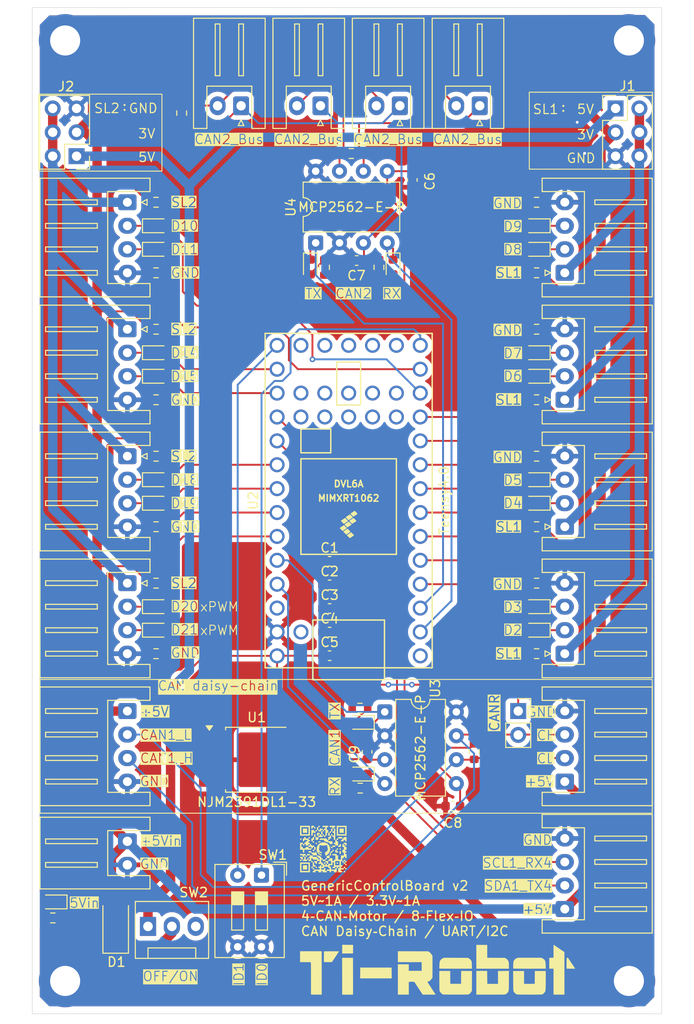
<source format=kicad_pcb>
(kicad_pcb (version 20241229) (generator "pcbnew") (generator_version "9.0")
  (layers (0 "F.Cu" signal) (2 "B.Cu" signal) (13 "F.Paste" user) (15 "B.Paste" user) (5 "F.SilkS" user "F.Silkscreen") (7 "B.SilkS" user "B.Silkscreen") (1 "F.Mask" user) (3 "B.Mask" user) (25 "Edge.Cuts" user))
  (net 0 "")
  (net 1 "D18")
  (net 2 "D15")
  (net 3 "SCL1_RX4")
  (net 4 "+5V")
  (net 5 "D2")
  (net 6 "D3")
  (net 7 "GND")
  (net 8 "+3.3V")
  (net 9 "D6")
  (net 10 "CAN1_TX")
  (net 11 "D4")
  (net 12 "D10")
  (net 13 "D9")
  (net 14 "D14")
  (net 15 "D7")
  (net 16 "CAN1_RX")
  (net 17 "D19")
  (net 18 "D11")
  (net 19 "SDA1_TX4")
  (net 20 "D8")
  (net 21 "D5")
  (net 22 "CAN2_RX")
  (net 23 "CAN2_TX")
  (net 24 "D20")
  (net 25 "D21")
  (net 26 "Net-(D18-A)")
  (net 27 "CAN2_L")
  (net 28 "CAN2_H")
  (net 29 "Net-(D19-A)")
  (net 30 "Net-(D20-A)")
  (net 31 "CAN1_L")
  (net 32 "CAN1_H")
  (net 33 "Net-(D21-A)")
  (net 34 "ID1")
  (net 35 "ID0")
  (net 36 "/IO_Conn_x04_LED/5V{slash}3V{slash}GND")
  (net 37 "Net-(D2-A)")
  (net 38 "Net-(D3-A)")
  (net 39 "Net-(D6-A)")
  (net 40 "Net-(D7-A)")
  (net 41 "Net-(D8-A)")
  (net 42 "Net-(D9-A)")
  (net 43 "Net-(D10-A)")
  (net 44 "Net-(D11-A)")
  (net 45 "Net-(D12-A)")
  (net 46 "Net-(D13-A)")
  (net 47 "Net-(D14-A)")
  (net 48 "Net-(D15-A)")
  (net 49 "Net-(D16-A)")
  (net 50 "Net-(D17-A)")
  (net 51 "/IO_Conn_x04_LED4/5V{slash}3V{slash}GND")
  (net 52 "Net-(J5-Pin_1)")
  (net 71 "VCC")
  (net 72 "Net-(D1-K)")
  (net 73 "Net-(D22-A)")
  (net 75 "Net-(D23-A)")
  (net 76 "Net-(D24-A)")
  (footprint "LED_SMD:LED_0603_1608Metric" (layer "F.Cu") (at 129.715 99.205)
    (property "Reference" "D19" (hide yes))
    (property "Value" "LED")
  )
  (footprint "Connector_JST:JST_XH_S2B-XH-A_1x02_P2.50mm_Horizontal" (layer "F.Cu") (at 164.125 56.945 180)
    (property "Reference" "J6" (hide yes))
    (property "Value" "RMC")
  )
  (footprint "Package_DIP:DIP-8_W7.62mm" (layer "F.Cu") (at 146.66 71.52 90)
    (property "Reference" "U4")
    (property "Value" "MCP2562-E-P")
  )
  (footprint "Capacitor_SMD:C_0603_1608Metric" (layer "F.Cu") (at 151.025 73.4)
    (property "Reference" "C7")
    (property "Value" "0.1u")
  )
  (footprint "Connector_JST:JST_XH_S4B-XH-A_1x04_P2.50mm_Horizontal" (layer "F.Cu") (at 173.175 128.805 90)
    (property "Reference" "J9" (hide yes))
    (property "Value" "CAN1")
  )
  (footprint "LED_SMD:LED_0603_1608Metric" (layer "F.Cu") (at 170.135 85.705 180)
    (property "Reference" "D10" (hide yes))
    (property "Value" "LED")
  )
  (footprint "MountingHole:MountingHole_3.2mm_M3_DIN965_Pad" (layer "F.Cu") (at 180 150)
    (property "Reference" "H4" (hide yes))
    (property "Value" "MountingHole_Pad")
  )
  (footprint "Connector_JST:JST_XH_S4B-XH-A_1x04_P2.50mm_Horizontal" (layer "F.Cu") (at 173.175 74.705 90)
    (property "Reference" "J15" (hide yes))
    (property "Value" "Conn_01x04")
  )
  (footprint "Resistor_SMD:R_0603_1608Metric" (layer "F.Cu") (at 129.675 94.205)
    (property "Reference" "R20" (hide yes))
    (property "Value" "1k")
  )
  (footprint "Connector_JST:JST_XH_S4B-XH-A_1x04_P2.50mm_Horizontal" (layer "F.Cu") (at 173.175 115.205 90)
    (property "Reference" "J12" (hide yes))
    (property "Value" "Conn_01x04")
  )
  (footprint "Connector_JST:JST_XH_S2B-XH-A_1x02_P2.50mm_Horizontal" (layer "F.Cu") (at 147.175 56.945 180)
    (property "Reference" "J10" (hide yes))
    (property "Value" "RMC")
  )
  (footprint "Connector_PinHeader_2.54mm:PinHeader_2x03_P2.54mm_Vertical" (layer "F.Cu") (at 121.215 62.305 180)
    (property "Reference" "J2")
    (property "Value" "Conn_02x03_Counter_Clockwise" (hide yes))
  )
  (footprint "LOGO" (layer "F.Cu") (at 147.486414 135.986935)
    (property "Reference" "G***" (hide yes))
    (property "Value" "LOGO" (hide yes))
  )
  (footprint "Resistor_SMD:R_0603_1608Metric" (layer "F.Cu") (at 129.675 74.705)
    (property "Reference" "R17" (hide yes))
    (property "Value" "1k")
  )
  (footprint "LED_SMD:LED_0603_1608Metric" (layer "F.Cu") (at 118.7125 141.6 180)
    (property "Reference" "D22" (hide yes))
    (property "Value" "LED")
  )
  (footprint "Resistor_SMD:R_0603_1608Metric" (layer "F.Cu") (at 170.175 101.705 180)
    (property "Reference" "R10" (hide yes))
    (property "Value" "1k")
  )
  (footprint "LED_SMD:LED_0603_1608Metric" (layer "F.Cu") (at 170.135 96.705 180)
    (property "Reference" "D9" (hide yes))
    (property "Value" "LED")
  )
  (footprint "Resistor_SMD:R_0603_1608Metric" (layer "F.Cu") (at 153.4 74.125 90)
    (property "Reference" "R2" (hide yes))
    (property "Value" "1k")
  )
  (footprint "LED_SMD:LED_0603_1608Metric" (layer "F.Cu") (at 129.715 83.205)
    (property "Reference" "D16" (hide yes))
    (property "Value" "LED")
  )
  (footprint "LED_SMD:LED_0603_1608Metric" (layer "F.Cu") (at 129.715 96.705)
    (property "Reference" "D18" (hide yes))
    (property "Value" "LED")
  )
  (footprint "Diode_SMD:D_SOD-128" (layer "F.Cu") (at 125.378 143.895 90)
    (property "Reference" "D1")
    (property "Value" "PBR5LAM60ATR" (hide yes))
  )
  (footprint "LED_SMD:LED_0603_1608Metric" (layer "F.Cu") (at 129.715 110.205)
    (property "Reference" "D20" (hide yes))
    (property "Value" "LED")
  )
  (footprint "LED_SMD:LED_0603_1608Metric" (layer "F.Cu") (at 170.135 110.205 180)
    (property "Reference" "D7" (hide yes))
    (property "Value" "LED")
  )
  (footprint "Resistor_SMD:R_0603_1608Metric" (layer "F.Cu") (at 151.4 129.5)
    (property "Reference" "R26" (hide yes))
    (property "Value" "1k")
  )
  (footprint "teensy:Teensy40" (layer "F.Cu") (at 150.175 98.925 90)
    (property "Reference" "U2")
    (property "Value" "Teensy4.0")
  )
  (footprint "Connector_JST:JST_XH_S4B-XH-A_1x04_P2.50mm_Horizontal" (layer "F.Cu") (at 173.175 142.355 90)
    (property "Reference" "J4" (hide yes))
    (property "Value" "UART/I2C" (hide yes))
  )
  (footprint "LED_SMD:LED_0603_1608Metric" (layer "F.Cu") (at 129.715 112.705)
    (property "Reference" "D21" (hide yes))
    (property "Value" "LED")
  )
  (footprint "LED_SMD:LED_0603_1608Metric" (layer "F.Cu") (at 129.715 69.705)
    (property "Reference" "D14" (hide yes))
    (property "Value" "LED" (hide yes))
  )
  (footprint "Resistor_SMD:R_0603_1608Metric" (layer "F.Cu") (at 170.175 74.705 180)
    (property "Reference" "R14" (hide yes))
    (property "Value" "1k")
  )
  (footprint "MountingHole:MountingHole_3.2mm_M3_DIN965_Pad" (layer "F.Cu") (at 120 150)
    (property "Reference" "H3" (hide yes))
    (property "Value" "MountingHole_Pad")
  )
  (footprint "Capacitor_SMD:C_0603_1608Metric" (layer "F.Cu") (at 148.145 110.4)
    (property "Reference" "C3")
    (property "Value" "0.1u")
  )
  (footprint "LED_SMD:LED_0603_1608Metric" (layer "F.Cu") (at 170.135 83.205 180)
    (property "Reference" "D11" (hide yes))
    (property "Value" "LED")
  )
  (footprint "Connector_JST:JST_XH_S2B-XH-A_1x02_P2.50mm_Horizontal" (layer "F.Cu") (at 126.62 135.155 -90)
    (property "Reference" "J3" (hide yes))
    (property "Value" "+5V Vin")
  )
  (footprint "Resistor_SMD:R_0603_1608Metric" (layer "F.Cu") (at 129.675 67.205)
    (property "Reference" "R16" (hide yes))
    (property "Value" "1k")
  )
  (footprint "Button_Switch_THT:SW_DIP_SPSTx02_Slide_9.78x7.26mm_W7.62mm_P2.54mm" (layer "F.Cu") (at 140.9 138.755 -90)
    (property "Reference" "SW1")
    (property "Value" "SW_DIP_x02")
  )
  (footprint "Resistor_SMD:R_0603_1608Metric" (layer "F.Cu") (at 129.675 107.705)
    (property "Reference" "R22" (hide yes))
    (property "Value" "1k")
  )
  (footprint "LED_SMD:LED_0603_1608Metric" (layer "F.Cu") (at 151.4125 122.5 180)
    (property "Reference" "D23" (hide yes))
    (property "Value" "LED")
  )
  (footprint "Package_TO_SOT_SMD:TO-252-2" (layer "F.Cu") (at 140.385 126.48)
    (property "Reference" "U1")
    (property "Value" "NJM2391DL1-33")
  )
  (footprint "Capacitor_SMD:C_0603_1608Metric" (layer "F.Cu") (at 148.145 107.89)
    (property "Reference" "C2")
    (property "Value" "0.1u")
  )
  (footprint "LED_SMD:LED_0603_1608Metric" (layer "F.Cu") (at 129.715 72.205)
    (property "Reference" "D15" (hide yes))
    (property "Value" "LED")
  )
  (footprint "LED_SMD:LED_0603_1608Metric" (layer "F.Cu") (at 170.135 72.205 180)
    (property "Reference" "D12" (hide yes))
    (property "Value" "LED")
  )
  (footprint "Resistor_SMD:R_0603_1608Metric" (layer "F.Cu") (at 170.175 107.705 180)
    (property "Reference" "R9" (hide yes))
    (property "Value" "1k")
  )
  (footprint "Connector_PinSocket_2.54mm:PinSocket_1x02_P2.54mm_Vertical" (layer "F.Cu") (at 168.22 121.305)
    (property "Reference" "J5" (hide yes))
    (property "Value" "CANR")
  )
  (footprint "MountingHole:MountingHole_3.2mm_M3_DIN965_Pad" (layer "F.Cu") (at 180 50)
    (property "Reference" "H2" (hide yes))
    (property "Value" "MountingHole_Pad")
  )
  (footprint "LED_SMD:LED_0603_1608Metric" (layer "F.Cu") (at 170.135 99.205 180)
    (property "Reference" "D8" (hide yes))
    (property "Value" "LED")
  )
  (footprint "Resistor_SMD:R_0603_1608Metric" (layer "F.Cu") (at 129.675 80.705)
    (property "Reference" "R18" (hide yes))
    (property "Value" "1k")
  )
  (footprint "Connector_JST:JST_XH_S4B-XH-A_1x04_P2.50mm_Horizontal" (layer "F.Cu") (at 126.62 67.205 -90)
    (property "Reference" "J16" (hide yes))
    (property "Value" "Conn_01x04")
  )
  (footprint "LED_SMD:LED_0603_1608Metric" (layer "F.Cu") (at 151.4125 128 180)
    (property "Reference" "D24" (hide yes))
    (property "Value" "LED")
  )
  (footprint "Resistor_SMD:R_0603_1608Metric" (layer "F.Cu") (at 129.675 115.205)
    (property "Reference" "R23" (hide yes))
    (property "Value" "1k")
  )
  (footprint "Resistor_SMD:R_0603_1608Metric" (layer "F.Cu") (at 118.6875 143.3 180)
    (property "Reference" "R24" (hide yes))
    (property "Value" "1k")
  )
  (footprint "Resistor_SMD:R_0603_1608Metric" (layer "F.Cu") (at 129.675 88.205)
    (property "Reference" "R19" (hide yes))
    (property "Value" "1k")
  )
  (footprint "Resistor_SMD:R_0603_1608Metric" (layer "F.Cu") (at 132.4 57.725 90)
    (property "Reference" "R5" (hide yes))
    (property "Value" "120")
  )
  (footprint "Resistor_SMD:R_0603_1608Metric" (layer "F.Cu") (at 170.175 115.205 180)
    (property "Reference" "R8" (hide yes))
    (property "Value" "1k")
  )
  (footprint "LOGO" (layer "F.Cu") (at 159.575924 148.886935)
    (property "Reference" "G***" (hide yes))
    (property "Value" "LOGO" (hide yes))
  )
  (footprint "Connector_JST:JST_XH_S4B-XH-A_1x04_P2.50mm_Horizontal" (layer "F.Cu") (at 173.175 88.205 90)
    (property "Reference" "J14" (hide yes))
    (property "Value" "Conn_01x04")
  )
  (footprint "Capacitor_SMD:C_0603_1608Metric" (layer "F.Cu") (at 148.145 115.42)
    (property "Reference" "C5")
    (property "Value" "0.1u")
  )
  (footprint "Resistor_SMD:R_0603_1608Metric" (layer "F.Cu") (at 170.175 67.205 180)
    (property "Reference" "R15" (hide yes))
    (property "Value" "1k")
  )
  (footprint "Capacitor_SMD:C_0603_1608Metric" (layer "F.Cu") (at 152.135 125.64 -90)
    (property "Reference" "C9")
    (property "Value" "0.1u")
  )
  (footprint "Capacitor_SMD:C_0603_1608Metric" (layer "F.Cu") (at 148.145 105.38)
    (property "Reference" "C1")
    (property "Value" "0.1u")
  )
  (footprint "Resistor_SMD:R_0603_1608Metric" (layer "F.Cu") (at 163.535 125.615 90)
    (property "Reference" "R4" (hide yes))
    (property "Value" "120")
  )
  (footprint "LED_SMD:LED_0603_1608Metric" (layer "F.Cu") (at 170.135 112.705 180)
    (property "Reference" "D6" (hide yes))
    (property "Value" "LED")
  )
  (footprint "Resistor_SMD:R_0603_1608Metric" (layer "F.Cu") (at 150.455 62.02 180)
    (property "Reference" "R7" (hide yes))
    (property "Value" "120")
  )
  (footprint "Capacitor_SMD:C_0603_1608Metric" (layer "F.Cu") (at 148.145 112.91)
    (property "Reference" "C4")
    (property "Value" "0.1u")
  )
  (footprint "Connector:FanPinHeader_1x03_P2.54mm_Vertical" (layer "F.Cu") (at 128.818 144.2)
    (property "Reference" "SW2")
    (property "Value" "SW_SPDT")
  )
  (footprint "Capacitor_SMD:C_0603_1608Metric" (layer "F.Cu") (at 156.95 64.835 90)
    (property "Reference" "C6")
    (property "Value" "0.1u")
  )
  (footprint "Resistor_SMD:R_0603_1608Metric" (layer "F.Cu") (at 170.175 88.205 180)
    (property "Reference" "R12" (hide yes))
    (property "Value" "1k")
  )
  (footprint "LED_SMD:LED_0603_1608Metric" (layer "F.Cu") (at 146.1 74.0875 -90)
    (property "Reference" "D2" (hide yes))
    (property "Value" "LED")
  )
  (footprint "LED_SMD:LED_0603_1608Metric" (layer "F.Cu") (at 170.135 69.705 180)
    (property "Reference" "D13" (hide yes))
    (property "Value" "LED")
  )
  (footprint "Connector_JST:JST_XH_S4B-XH-A_1x04_P2.50mm_Horizontal" (layer "F.Cu") (at 126.62 121.305 -90)
    (property "Reference" "J8" (hide yes))
    (property "Value" "CAN1")
  )
  (footprint "Connector_JST:JST_XH_S4B-XH-A_1x04_P2.50mm_Horizontal" (layer "F.Cu") (at 173.175 101.705 90)
    (property "Reference" "J13" (hide yes))
    (property "Value" "Conn_01x04")
  )
  (footprint "Connector_PinHeader_2.54mm:PinHeader_2x03_P2.54mm_Vertical" (layer "F.Cu") (at 178.58 57.225)
    (property "Reference" "J1")
    (property "Value" "Conn_02x03_Counter_Clockwise" (hide yes))
  )
  (footprint "Connector_JST:JST_XH_S2B-XH-A_1x02_P2.50mm_Horizontal" (layer "F.Cu") (at 138.725 56.945 180)
    (property "Reference" "J11" (hide yes))
    (property "Value" "RMC")
  )
  (footprint "Capacitor_SMD:C_0603_1608Metric" (layer "F.Cu") (at 161.26 131.415)
    (property "Reference" "C8")
    (property "Value" "0.1u")
  )
  (footprint "Resistor_SMD:R_0603_1608Metric" (layer "F.Cu") (at 147.6 74.125 90)
    (property "Reference" "R1" (hide yes))
    (property "Value" "1k")
  )
  (footprint "MountingHole:MountingHole_3.2mm_M3_DIN965_Pad" (layer "F.Cu") (at 120 50)
    (property "Reference" "H1" (hide yes))
    (property "Value" "MountingHole_Pad")
  )
  (footprint "Connector_JST:JST_XH_S4B-XH-A_1x04_P2.50mm_Horizontal" (layer "F.Cu") (at 126.62 80.705 -90)
    (property "Reference" "J17" (hide yes))
    (property "Value" "Conn_01x04")
  )
  (footprint "Connector_JST:JST_XH_S2B-XH-A_1x02_P2.50mm_Horizontal" (layer "F.Cu") (at 155.625 56.945 180)
    (property "Reference" "J7" (hide yes))
    (property "Value" "RMC")
  )
  (footprint "Resistor_SMD:R_0603_1608Metric" (layer "F.Cu") (at 170.175 94.205 180)
    (property "Reference" "R11" (hide yes))
    (property "Value" "1k")
  )
  (footprint "Connector_JST:JST_XH_S4B-XH-A_1x04_P2.50mm_Horizontal" (layer "F.Cu") (at 126.62 94.205 -90)
    (property "Reference" "J18" (hide yes))
    (property "Value" "Conn_01x04")
  )
  (footprint "Resistor_SMD:R_0603_1608Metric" (layer "F.Cu") (at 129.675 101.705)
    (property "Reference" "R21" (hide yes))
    (property "Value" "1k")
  )
  (footprint "Resistor_SMD:R_0603_1608Metric" (layer "F.Cu") (at 170.175 80.705 180)
    (property "Reference" "R13" (hide yes))
    (property "Value" "1k")
  )
  (footprint "Connector_JST:JST_XH_S4B-XH-A_1x04_P2.50mm_Horizontal" (layer "F.Cu") (at 126.62 107.705 -90)
    (property "Reference" "J19" (hide yes))
    (property "Value" "Conn_01x04")
  )
  (footprint "Package_DIP:DIP-8_W7.62mm" (layer "F.Cu") (at 154.015 121.395)
    (property "Reference" "U3")
    (property "Value" "MCP2562-E-P")
  )
  (footprint "LED_SMD:LED_0603_1608Metric" (layer "F.Cu") (at 154.9 74.0875 -90)
    (property "Reference" "D3" (hide yes))
    (property "Value" "LED")
  )
  (footprint "Resistor_SMD:R_0603_1608Metric" (layer "F.Cu") (at 151.375 121)
    (property "Reference" "R25" (hide yes))
    (property "Value" "1k")
  )
  (footprint "LED_SMD:LED_0603_1608Metric" (layer "F.Cu") (at 129.715 85.705)
    (property "Reference" "D17" (hide yes))
    (property "Value" "LED")
  )
  (gr_rect (start 117.2 55.7075) (end 130.3 63.8925) (stroke (width 0.1)) (fill no) (layer "F.SilkS"))
  (gr_rect (start 169.4 55.5) (end 182.5 63.685) (stroke (width 0.1)) (fill no) (layer "F.SilkS"))
  (gr_rect (start 117.31 117.945) (end 182.485 132.165) (stroke (width 0.1)) (fill no) (layer "F.SilkS"))
  (gr_rect (start 116.5 46.5) (end 183.5 153.5) (stroke (width 0.05)) (fill no) (layer "Edge.Cuts"))
  (gr_text "GenericControlBoard v2\n5V ~1A / 3.3V ~1A\n4‑CAN‑Motor / 8‑Flex‑IO\nCAN Daisy‑Chain / UART/I2C" (at 145 142.3 0) (layer "F.SilkS") (effects (font (size 1 1)) (justify left)))
  (gr_text "CAN1_H" (at 127.9 126.9 0) (layer "F.SilkS" knockout) (effects (font (size 1 1) (thickness 0.1)) (justify left bottom)))
  (gr_text "D4" (at 166.595238 99.783333 0) (layer "F.SilkS" knockout) (effects (font (size 1 1) (thickness 0.1)) (justify left bottom)))
  (gr_text "GND" (at 127.9 129.362417 0) (layer "F.SilkS" knockout) (effects (font (size 1 1) (thickness 0.1)) (justify left bottom)))
  (gr_text "SCL1_RX4" (at 164.366666 138.041667 0) (layer "F.SilkS" knockout) (effects (font (size 1 1) (thickness 0.1)) (justify left bottom)))
  (gr_text "xPWM" (at 134.3 110.8 0) (layer "F.SilkS") (effects (font (size 1 1) (thickness 0.1)) (justify left bottom)))
  (gr_text "3V" (at 127.7 60.5 0) (layer "F.SilkS") (effects (font (size 1 1) (thickness 0.125)) (justify left bottom)))
  (gr_text "D2" (at 166.595238 113.283333 0) (layer "F.SilkS" knockout) (effects (font (size 1 1) (thickness 0.1)) (justify left bottom)))
  (gr_text "SL1" (at 165.758333 115.8 0) (layer "F.SilkS" knockout) (effects (font (size 1 1) (thickness 0.125)) (justify left bottom)))
  (gr_text "GND" (at 131.2 88.8 0) (layer "F.SilkS" knockout) (effects (font (size 1 1) (thickness 0.1)) (justify left bottom)))
  (gr_text "CAN2_Bus" (at 133.7 61.1 0) (layer "F.SilkS" knockout) (effects (font (size 1 1) (thickness 0.1)) (justify left bottom)))
  (gr_text "CAN2_Bus" (at 159.1 61.1 0) (layer "F.SilkS" knockout) (effects (font (size 1 1) (thickness 0.1)) (justify left bottom)))
  (gr_text "GND" (at 169.1 122 0) (layer "F.SilkS" knockout) (effects (font (size 1 1) (thickness 0.1)) (justify left bottom)))
  (gr_text "SL2：" (at 123 57.8 0) (layer "F.SilkS") (effects (font (size 1 1) (thickness 0.125)) (justify left bottom)))
  (gr_text "RX" (at 149.3 130.4 90) (layer "F.SilkS" knockout) (effects (font (size 1 1) (thickness 0.1)) (justify left bottom)))
  (gr_text "+5Vin" (at 127.9 135.7 0) (layer "F.SilkS" knockout) (effects (font (size 1 1) (thickness 0.1)) (justify left bottom)))
  (gr_text "SL2" (at 131.2 81.3 0) (layer "F.SilkS" knockout) (effects (font (size 1 1) (thickness 0.125)) (justify left bottom)))
  (gr_text "SDA1_TX4" (at 164.557142 140.483333 0) (layer "F.SilkS" knockout) (effects (font (size 1 1) (thickness 0.1)) (justify left bottom)))
  (gr_text "D15" (at 131.2 86.30425 0) (layer "F.SilkS" knockout) (effects (font (size 1 1) (thickness 0.1)) (justify left bottom)))
  (gr_text "ID0" (at 141.535 150.6 90) (layer "F.SilkS" knockout) (effects (font (size 1 1) (thickness 0.1)) (justify left bottom)))
  (gr_text "CAN2" (at 148.7 77.5 0) (layer "F.SilkS" knockout) (effects (font (size 1 1) (thickness 0.1)) (justify left bottom)))
  (gr_text "SL1：" (at 169.7 57.9 0) (layer "F.SilkS") (effects (font (size 1 1) (thickness 0.125)) (justify left bottom)))
  (gr_text "SL2" (at 131.2 108.3 0) (layer "F.SilkS" knockout) (effects (font (size 1 1) (thickness 0.125)) (justify left bottom)))
  (gr_text "GND" (at 165.5 67.9 0) (layer "F.SilkS" knockout) (effects (font (size 1 1) (thickness 0.1)) (justify left bottom)))
  (gr_text "GND" (at 126.7 57.8 0) (layer "F.SilkS") (effects (font (size 1 1) (thickness 0.125)) (justify left bottom)))
  (gr_text "D7" (at 166.595238 83.841667 0) (layer "F.SilkS" knockout) (effects (font (size 1 1) (thickness 0.1)) (justify left bottom)))
  (gr_text "TX" (at 145.5 77.5 0) (layer "F.SilkS" knockout) (effects (font (size 1 1) (thickness 0.1)) (justify left bottom)))
  (gr_text "GND" (at 131.2 75.3 0) (layer "F.SilkS" knockout) (effects (font (size 1 1) (thickness 0.1)) (justify left bottom)))
  (gr_text "GND" (at 165.5 108.4 0) (layer "F.SilkS" knockout) (effects (font (size 1 1) (thickness 0.1)) (justify left bottom)))
  (gr_text "D6" (at 166.595238 86.283333 0) (layer "F.SilkS" knockout) (effects (font (size 1 1) (thickness 0.1)) (justify left bottom)))
  (gr_text "5V" (at 174.4 57.9 0) (layer "F.SilkS") (effects (font (size 1 1) (thickness 0.125)) (justify left bottom)))
  (gr_text "D14" (at 131.2 83.8085 0) (layer "F.SilkS" knockout) (effects (font (size 1 1) (thickness 0.1)) (justify left bottom)))
  (gr_text "+5V" (at 127.9 121.962417 0) (layer "F.SilkS" knockout) (effects (font (size 1 1) (thickness 0.125)) (justify left bottom)))
  (gr_text "D21" (at 131.2 113.237583 0) (layer "F.SilkS" knockout) (effects (font (size 1 1) (thickness 0.1)) (justify left bottom)))
  (gr_text "D11" (at 131.2 72.80425 0) (layer "F.SilkS" knockout) (effects (font (size 1 1) (thickness 0.1)) (justify left bottom)))
  (gr_text "GND" (at 127.9 138.162417 0) (layer "F.SilkS" knockout) (effects (font (size 1 1) (thickness 0.1)) (justify left bottom)))
  (gr_text "D5" (at 166.595238 97.341667 0) (layer "F.SilkS" knockout) (effects (font (size 1 1) (thickness 0.1)) (justify left bottom)))
  (gr_text "D3" (at 166.595238 110.841667 0) (layer "F.SilkS" knockout) (effects (font (size 1 1) (thickness 0.1)) (justify left bottom)))
  (gr_text "GND" (at 168.7 135.6 0) (layer "F.SilkS" knockout) (effects (font (size 1 1) (thickness 0.1)) (justify left bottom)))
  (gr_text "D20" (at 131.2 110.775167 0) (layer "F.SilkS" knockout) (effects (font (size 1 1) (thickness 0.1)) (justify left bottom)))
  (gr_text "SL1" (at 165.758333 88.8 0) (layer "F.SilkS" knockout) (effects (font (size 1 1) (thickness 0.125)) (justify left bottom)))
  (gr_text "SL1" (at 165.758333 102.3 0) (layer "F.SilkS" knockout) (effects (font (size 1 1) (thickness 0.125)) (justify left bottom)))
  (gr_text "CL" (at 170.138095 126.933333 0) (layer "F.SilkS" knockout) (effects (font (size 1 1) (thickness 0.1)) (justify left bottom)))
  (gr_text "SL2" (at 131.2 94.8 0) (layer "F.SilkS" knockout) (effects (font (size 1 1) (thickness 0.125)) (justify left bottom)))
  (gr_text "D19" (at 131.2 99.80425 0) (layer "F.SilkS" knockout) (effects (font (size 1 1) (thickness 0.1)) (justify left bottom)))
  (gr_text "CAN2_Bus" (at 142.166667 61.1 0) (layer "F.SilkS" knockout) (effects (font (size 1 1) (thickness 0.1)) (justify left bottom)))
  (gr_text "xPWM" (at 134.3 113.3 0) (layer "F.SilkS") (effects (font (size 1 1) (thickness 0.1)) (justify left bottom)))
  (gr_text "+5V" (at 168.9 129.4 0) (layer "F.SilkS" knockout) (effects (font (size 1 1) (thickness 0.1)) (justify left bottom)))
  (gr_text "OFF/ON" (at 128.2 150.1 0) (layer "F.SilkS" knockout) (effects (font (size 1 1) (thickness 0.1)) (justify left bottom)))
  (gr_text "CH" (at 170.138095 124.466667 0) (layer "F.SilkS" knockout) (effects (font (size 1 1) (thickness 0.1)) (justify left bottom)))
  (gr_text "SL1" (at 165.758333 75.3 0) (layer "F.SilkS" knockout) (effects (font (size 1 1) (thickness 0.125)) (justify left bottom)))
  (gr_text "CAN daisy-chain" (at 129.8 119.2 0) (layer "F.SilkS" knockout) (effects (font (size 1 1) (thickness 0.1)) (justify left bottom)))
  (gr_text "CAN2_Bus" (at 150.633333 61.1 0) (layer "F.SilkS" knockout) (effects (font (size 1 1) (thickness 0.1)) (justify left bottom)))
  (gr_text "SL2" (at 131.2 67.8 0) (layer "F.SilkS" knockout) (effects (font (size 1 1) (thickness 0.125)) (justify left bottom)))
  (gr_text "D8" (at 166.595238 72.812583 0) (layer "F.SilkS" knockout) (effects (font (size 1 1) (thickness 0.1)) (justify left bottom)))
  (gr_text "GND" (at 173.3 63.1 0) (layer "F.SilkS") (effects (font (size 1 1) (thickness 0.125)) (justify left bottom)))
  (gr_text "5V" (at 127.7 63 0) (layer "F.SilkS") (effects (font (size 1 1) (thickness 0.125)) (justify left bottom)))
  (gr_text "GND" (at 131.2 102.3 0) (layer "F.SilkS" knockout) (effects (font (size 1 1) (thickness 0.1)) (justify left bottom)))
  (gr_text "CAN1_L" (at 127.9 124.437584 0) (layer "F.SilkS" knockout) (effects (font (size 1 1) (thickness 0.1)) (justify left bottom)))
  (gr_text "GND" (at 131.2 115.7 0) (layer "F.SilkS" knockout) (effects (font (size 1 1) (thickness 0.1)) (justify left bottom)))
  (gr_text "3V" (at 174.4 60.6 0) (layer "F.SilkS") (effects (font (size 1 1) (thickness 0.125)) (justify left bottom)))
  (gr_text "TX" (at 149.3 122.2 90) (layer "F.SilkS" knockout) (effects (font (size 1 1) (thickness 0.1)) (justify left bottom)))
  (gr_text "+5V" (at 168.625 143 0) (layer "F.SilkS" knockout) (effects (font (size 1 1) (thickness 0.125)) (justify left bottom)))
  (gr_text "D18" (at 131.2 97.3085 0) (layer "F.SilkS" knockout) (effects (font (size 1 1) (thickness 0.1)) (justify left bottom)))
  (gr_text "D10" (at 131.2 70.3085 0) (layer "F.SilkS" knockout) (effects (font (size 1 1) (thickness 0.1)) (justify left bottom)))
  (gr_text "GND" (at 165.5 81.4 0) (layer "F.SilkS" knockout) (effects (font (size 1 1) (thickness 0.1)) (justify left bottom)))
  (gr_text "5Vin" (at 120.4 142.3 0) (layer "F.SilkS" knockout) (effects (font (size 1 1) (thickness 0.1)) (justify left bottom)))
  (gr_text "ID1" (at 139.072583 150.6 90) (layer "F.SilkS" knockout) (effects (font (size 1 1) (thickness 0.1)) (justify left bottom)))
  (gr_text "CAN1" (at 149.3 127.2 90) (layer "F.SilkS" knockout) (effects (font (size 1 1) (thickness 0.1)) (justify left bottom)))
  (gr_text "GND" (at 165.5 94.9 0) (layer "F.SilkS" knockout) (effects (font (size 1 1) (thickness 0.1)) (justify left bottom)))
  (gr_text "RX" (at 153.7 77.5 0) (layer "F.SilkS" knockout) (effects (font (size 1 1) (thickness 0.1)) (justify left bottom)))
  (gr_text "D9" (at 166.595238 70.356292 0) (layer "F.SilkS" knockout) (effects (font (size 1 1) (thickness 0.1)) (justify left bottom)))
  (segment (start 132.63 95.115) (end 132.62 95.105) (width 0.2) (layer "F.Cu") (net 1))
  (segment (start 129.725 97.505) (end 128.925 96.705) (width 0.2) (layer "F.Cu") (net 1))
  (segment (start 131.42 96.305) (end 131.42 97.405) (width 0.2) (layer "F.Cu") (net 1))
  (segment (start 131.42 97.405) (end 131.32 97.505) (width 0.2) (layer "F.Cu") (net 1))
  (segment (start 132.62 95.105) (end 131.42 96.305) (width 0.2) (layer "F.Cu") (net 1))
  (segment (start 142.555 95.115) (end 132.63 95.115) (width 0.2) (layer "F.Cu") (net 1))
  (segment (start 126.62 96.705) (end 128.925 96.705) (width 0.2) (layer "F.Cu") (net 1))
  (segment (start 131.32 97.505) (end 129.725 97.505) (width 0.2) (layer "F.Cu") (net 1))
  (segment (start 131.32 86.205) (end 132.61 87.495) (width 0.2) (layer "F.Cu") (net 2))
  (segment (start 131.32 85.3089) (end 131.32 86.205) (width 0.2) (layer "F.Cu") (net 2))
  (segment (start 126.62 85.705) (end 128.925 85.705) (width 0.2) (layer "F.Cu") (net 2))
  (segment (start 132.61 87.495) (end 132.63 87.495) (width 0.2) (layer "F.Cu") (net 2))
  (segment (start 132.63 87.495) (end 132.62 87.505) (width 0.2) (layer "F.Cu") (net 2))
  (segment (start 130.8161 84.805) (end 131.32 85.3089) (width 0.2) (layer "F.Cu") (net 2))
  (segment (start 129.825 84.805) (end 130.8161 84.805) (width 0.2) (layer "F.Cu") (net 2))
  (segment (start 142.555 87.495) (end 132.63 87.495) (width 0.2) (layer "F.Cu") (net 2))
  (segment (start 128.925 85.705) (end 129.825 84.805) (width 0.2) (layer "F.Cu") (net 2))
  (segment (start 156.12 129.605) (end 156.12 103.6) (width 0.2) (layer "F.Cu") (net 3))
  (segment (start 156.12 103.6) (end 142.555 90.035) (width 0.2) (layer "F.Cu") (net 3))
  (segment (start 173.175 137.355) (end 163.87 137.355) (width 0.2) (layer "F.Cu") (net 3))
  (segment (start 163.87 137.355) (end 156.12 129.605) (width 0.2) (layer "F.Cu") (net 3))
  (segment (start 142.555 119.94) (end 142.555 115.435) (width 0.2) (layer "F.Cu") (net 4))
  (segment (start 142.555 115.435) (end 134.79 115.435) (width 0.2) (layer "F.Cu") (net 4))
  (segment (start 131.22 124.2) (end 135.345 124.2) (width 1) (layer "F.Cu") (net 4))
  (segment (start 142.575 115.415) (end 142.555 115.435) (width 0.2) (layer "F.Cu") (net 4))
  (segment (start 152.135 126.415) (end 149.03 126.415) (width 0.2) (layer "F.Cu") (net 4))
  (segment (start 131.22 124.2) (end 131.22 119.005) (width 1) (layer "F.Cu") (net 4))
  (segment (start 147.37 107.89) (end 147.37 110.4) (width 0.2) (layer "F.Cu") (net 4))
  (segment (start 149.03 126.415) (end 142.555 119.94) (width 0.2) (layer "F.Cu") (net 4))
  (segment (start 131.22 139.625) (end 128.818 142.027) (width 1) (layer "F.Cu") (net 4))
  (segment (start 152.195 126.475) (end 152.135 126.415) (width 0.2) (layer "F.Cu") (net 4))
  (segment (start 142.57 115.42) (end 142.555 115.435) (width 0.2) (layer "F.Cu") (net 4))
  (segment (start 151.74 71.52) (end 151.27 71.99) (width 0.2) (layer "F.Cu") (net 4))
  (segment (start 128.818 142.027) (end 128.818 144.2) (width 1) (layer "F.Cu") (net 4))
  (segment (start 147.37 115.42) (end 142.57 115.42) (width 0.2) (layer "F.Cu") (net 4))
  (segment (start 151.8 73.4) (end 151.8 71.58) (width 0.2) (layer "F.Cu") (net 4))
  (segment (start 147.37 115.42) (end 147.37 112.91) (width 0.2) (layer "F.Cu") (net 4))
  (segment (start 134.79 115.435) (end 132.22 118.005) (width 0.2) (layer "F.Cu") (net 4))
  (segment (start 131.22 119.005) (end 132.22 118.005) (width 1) (layer "F.Cu") (net 4))
  (segment (start 131.22 124.2) (end 131.22 139.625) (width 1) (layer "F.Cu") (net 4))
  (segment (start 147.37 105.38) (end 147.37 107.89) (width 0.2) (layer "F.Cu") (net 4))
  (segment (start 147.37 110.4) (end 147.37 112.91) (width 0.2) (layer "F.Cu") (net 4))
  (segment (start 154.015 126.475) (end 152.195 126.475) (width 0.2) (layer "F.Cu") (net 4))
  (segment (start 151.8 71.58) (end 151.74 71.52) (width 0.2) (layer "F.Cu") (net 4))
  (via (at 132.22 118.005) (size 0.6) (drill 0.3) (layers "F.Cu" "B.Cu") (net 4))
  (segment (start 130.02 62.305) (end 132.12 64.405) (width 1) (layer "B.Cu") (net 4))
  (segment (start 132.22 118.005) (end 133.22 117.005) (width 1) (layer "B.Cu") (net 4))
  (segment (start 133.22 117.005) (end 133.22 65.505) (width 1) (layer "B.Cu") (net 4))
  (segment (start 155.8 67.46) (end 155.8 60.3) (width 0.2) (layer "B.Cu") (net 4))
  (segment (start 121.215 62.305) (end 130.02 62.305) (width 1) (layer "B.Cu") (net 4))
  (segment (start 151.74 71.52) (end 155.8 67.46) (width 0.2) (layer "B.Cu") (net 4))
  (segment (start 155.8 60.3) (end 166.72 60.3) (width 1) (layer "B.Cu") (net 4))
  (segment (start 166.92 60.3) (end 175.505 60.3) (width 1) (layer "B.Cu") (net 4))
  (segment (start 133.22 65.405) (end 138.325 60.3) (width 1) (layer "B.Cu") (net 4))
  (segment (start 175.505 60.3) (end 178.58 57.225) (width 1) (layer "B.Cu") (net 4))
  (segment (start 133.22 65.505) (end 132.12 64.405) (width 1) (layer "B.Cu") (net 4))
  (segment (start 133.22 65.505) (end 133.22 65.405) (width 1) (layer "B.Cu") (net 4))
  (segment (start 138.325 60.3) (end 155.8 60.3) (width 1) (layer "B.Cu") (net 4))
  (segment (start 170.9625 112.6475) (end 170.9625 112.705) (width 0.2) (layer "F.Cu") (net 5))
  (segment (start 168.82 111.805) (end 170.12 111.805) (width 0.2) (layer "F.Cu") (net 5))
  (segment (start 167.43 107.815) (end 167.82 108.205) (width 0.2) (layer "F.Cu") (net 5))
  (segment (start 167.82 108.205) (end 167.82 110.805) (width 0.2) (layer "F.Cu") (net 5))
  (segment (start 167.82 110.805) (end 168.82 111.805) (width 0.2) (layer "F.Cu") (net 5))
  (segment (start 170.12 111.805) (end 170.9625 112.6475) (width 0.2) (layer "F.Cu") (net 5))
  (segment (start 157.795 107.815) (end 167.43 107.815) (width 0.2) (layer "F.Cu") (net 5))
  (segment (start 173.175 112.705) (end 170.9625 112.705) (width 0.2) (layer "F.Cu") (net 5))
  (segment (start 173.175 110.205) (end 170.9625 110.205) (width 0.2) (layer "F.Cu") (net 6))
  (segment (start 167.59 105.275) (end 157.795 105.275) (width 0.2) (layer "F.Cu") (net 6))
  (segment (start 170.0675 111.1) (end 168.8 111.1) (width 0.2) (layer "F.Cu") (net 6))
  (segment (start 168.42 106.105) (end 167.59 105.275) (width 0.2) (layer "F.Cu") (net 6))
  (segment (start 170.9625 110.205) (end 170.0675 111.1) (width 0.2) (layer "F.Cu") (net 6))
  (segment (start 168.42 110.72) (end 168.42 106.105) (width 0.2) (layer "F.Cu") (net 6))
  (segment (start 168.8 111.1) (end 168.42 110.72) (width 0.2) (layer "F.Cu") (net 6))
  (segment (start 152.135 124.865) (end 153.085 124.865) (width 0.2) (layer "F.Cu") (net 7))
  (segment (start 149.2 71.52) (end 150.25 72.57) (width 0.2) (layer "F.Cu") (net 7))
  (segment (start 148.92 110.4) (end 148.92 107.89) (width 0.2) (layer "F.Cu") (net 7))
  (segment (start 150.25 72.57) (end 150.25 73.4) (width 0.2) (layer "F.Cu") (net 7))
  (segment (start 148.92 110.4) (end 148.92 112.91) (width 0.2) (layer "F.Cu") (net 7))
  (segment (start 148.92 115.42) (end 148.92 112.91) (width 0.2) (layer "F.Cu") (net 7))
  (segment (start 153.085 124.865) (end 154.015 123.935) (width 0.2) (layer "F.Cu") (net 7))
  (segment (start 148.92 105.38) (end 148.92 107.89) (width 0.2) (layer "F.Cu") (net 7))
  (via (at 175.3 62) (size 0.6) (drill 0.3) (layers "F.Cu" "B.Cu") (net 7))
  (via (at 174.5 58.7) (size 0.6) (drill 0.3) (layers "F.Cu" "B.Cu") (net 7))
  (segment (start 171 101.705) (end 172.8 103.505) (width 0.2) (layer "F.Cu") (net 8))
  (segment (start 172.745 78.905) (end 177.024 78.905) (width 0.2) (layer "F.Cu") (net 8))
  (segment (start 171 67.205) (end 173 65.205) (width 0.2) (layer "F.Cu") (net 8))
  (segment (start 177.029 61.316) (end 177.029 65.3) (width 1) (layer "F.Cu") (net 8))
  (segment (start 138.485 131.9) (end 135.345 128.76) (width 1) (layer "F.Cu") (net 8))
  (segment (start 177.029 92.4) (end 177.029 103.5) (width 1) (layer "F.Cu") (net 8))
  (segment (start 177.029 76.6) (end 177.029 78.9) (width 1) (layer "F.Cu") (net 8))
  (segment (start 156.9 118.5) (end 161.9 118.5) (width 0.2) (layer "F.Cu") (net 8))
  (segment (start 121.215 59.765) (end 122.165 59.765) (width 1) (layer "F.Cu") (net 8))
  (segment (start 123.405 105.905) (end 123.4 105.9) (width 0.2) (layer "F.Cu") (net 8))
  (segment (start 127.05 65.405) (end 123.405 65.405) (width 0.2) (layer "F.Cu") (net 8))
  (segment (start 123.4 65.4) (end 123.4 76.6) (width 1) (layer "F.Cu") (net 8))
  (segment (start 172.9 105.805) (end 176.834 105.805) (width 0.2) (layer "F.Cu") (net 8))
  (segment (start 178.58 59.765) (end 177.865 59.765) (width 1) (layer "F.Cu") (net 8))
  (segment (start 177.029 90.1) (end 177.029 92.4) (width 1) (layer "F.Cu") (net 8))
  (segment (start 123.4 76.6) (end 123.4 78.8) (width 1) (layer "F.Cu") (net 8))
  (segment (start 177.024 78.905) (end 177.029 78.9) (width 0.2) (layer "F.Cu") (net 8))
  (segment (start 177.865 59.765) (end 170.3 52.2) (width 1) (layer "F.Cu") (net 8))
  (segment (start 154.28 63.9) (end 156.79 63.9) (width 0.2) (layer "F.Cu") (net 8))
  (segment (start 171 115.205) (end 172.8 117.005) (width 0.2) (layer "F.Cu") (net 8))
  (segment (start 176.934 65.205) (end 177.029 65.3) (width 0.2) (layer "F.Cu") (net 8))
  (segment (start 177.024 76.605) (end 177.029 76.6) (width 0.2) (layer "F.Cu") (net 8))
  (segment (start 171.305 118.5) (end 172.8 117.005) (width 0.2) (layer "F.Cu") (net 8))
  (segment (start 171 94.205) (end 172.9 92.305) (width 0.2) (layer "F.Cu") (net 8))
  (segment (start 128.925 101.705) (end 127.125 103.505) (width 0.2) (layer "F.Cu") (net 8))
  (segment (start 153.05 118.5) (end 154.4 118.5) (width 0.2) (layer "F.Cu") (net 8))
  (segment (start 154.28 66.48) (end 154.28 63.9) (width 0.2) (layer "F.Cu") (net 8))
  (segment (start 127.125 76.505) (end 123.495 76.505) (width 0.2) (layer "F.Cu") (net 8))
  (segment (start 173 65.205) (end 174 65.205) (width 0.2) (layer "F.Cu") (net 8))
  (segment (start 162.035 131.415) (end 162.035 129.415) (width 0.2) (layer "F.Cu") (net 8))
  (segment (start 128.925 88.205) (end 127.125 90.005) (width 0.2) (layer "F.Cu") (net 8))
  (segment (start 123.4 89.9) (end 123.4 92.3) (width 1) (layer "F.Cu") (net 8))
  (segment (start 172.745 90.005) (end 176.934 90.005) (width 0.2) (layer "F.Cu") (net 8))
  (segment (start 177.024 103.505) (end 177.029 103.5) (width 0.2) (layer "F.Cu") (net 8))
  (segment (start 123.4 103.6) (end 123.4 105.9) (width 1) (layer "F.Cu") (net 8))
  (segment (start 162.035 129.415) (end 161.635 129.015) (width 0.2) (layer "F.Cu") (net 8))
  (segment (start 128.925 115.205) (end 125.825 118.305) (width 0.2) (layer "F.Cu") (net 8))
  (segment (start 161.635 129.015) (end 159.24 126.62) (width 0.2) (layer "F.Cu") (net 8))
  (segment (start 127.125 103.505) (end 123.495 103.505) (width 0.2) (layer "F.Cu") (net 8))
  (segment (start 122.165 59.765) (end 123.4 61) (width 1) (layer "F.Cu") (net 8))
  (segment (start 177.029 103.5) (end 177.029 106) (width 1) (layer "F.Cu") (net 8))
  (segment (start 176.255 144.645) (end 166.545 144.645) (width 1) (layer "F.Cu") (net 8))
  (segment (start 174 65.205) (end 176.934 65.205) (width 0.2) (layer "F.Cu") (net 8))
  (segment (start 161.66 118.5) (end 161.9 118.5) (width 0.2) (layer "F.Cu") (net 8))
  (segment (start 153.8 131.9) (end 152 131.9) (width 1) (layer "F.Cu") (net 8))
  (segment (start 128.925 80.705) (end 127.025 78.805) (width 0.2) (layer "F.Cu") (net 8))
  (segment (start 123.405 92.305) (end 123.4 92.3) (width 0.2) (layer "F.Cu") (net 8))
  (segment (start 172.8 103.505) (end 177.024 103.505) (width 0.2) (layer "F.Cu") (net 8))
  (segment (start 153.4 74.95) (end 154.35 75.9) (width 0.2) (layer "F.Cu") (net 8))
  (segment (start 150.55 121) (end 153.05 118.5) (width 0.2) (layer "F.Cu") (net 8))
  (segment (start 123.4 61) (end 123.4 65.4) (width 1) (layer "F.Cu") (net 8))
  (segment (start 123.405 65.405) (end 123.4 65.4) (width 0.2) (layer "F.Cu") (net 8))
  (segment (start 128.925 94.205) (end 127.025 92.305) (width 0.2) (layer "F.Cu") (net 8))
  (segment (start 128.85 67.205) (end 127.05 65.405) (width 0.2) (layer "F.Cu") (net 8))
  (segment (start 123.4 92.3) (end 123.4 103.6) (width 1) (layer "F.Cu") (net 8))
  (segment (start 170.3 52.2) (end 126.725 52.2) (width 1) (layer "F.Cu") (net 8))
  (segment (start 177.029 65.3) (end 177.029 76.6) (width 1) (layer "F.Cu") (net 8))
  (segment (start 159.24 120.92) (end 161.66 118.5) (width 0.2) (layer "F.Cu") (net 8))
  (segment (start 150.55 130.45) (end 152 131.9) (width 0.2) (layer "F.Cu") (net 8))
  (segment (start 177.029 143.871) (end 176.255 144.645) (width 1) (layer "F.Cu") (net 8))
  (segment (start 177.029 78.9) (end 177.029 90.1) (width 1) (layer "F.Cu") (net 8))
  (segment (start 159.24 126.62) (end 159.24 120.92) (width 0.2) (layer "F.Cu") (net 8))
  (segment (start 127.125 105.905) (end 123.405 105.905) (width 0.2) (layer "F.Cu") (net 8))
  (segment (start 170.945 88.205) (end 172.745 90.005) (width 0.2) (layer "F.Cu") (net 8))
  (segment (start 172.9 105.805) (end 171 107.705) (width 0.2) (layer "F.Cu") (net 8))
  (segment (start 153.4 74.95) (end 147.6 74.95) (width 0.2) (layer "F.Cu") (net 8))
  (segment (start 166.545 144.645) (end 153.8 131.9) (width 1) (layer "F.Cu") (net 8))
  (segment (start 154.35 75.9) (end 156.1 75.9) (width 0.2) (layer "F.Cu") (net 8))
  (segment (start 123.495 76.505) (end 123.4 76.6) (width 0.2) (layer "F.Cu") (net 8))
  (segment (start 128.925 107.705) (end 127.125 105.905) (width 0.2) (layer "F.Cu") (net 8))
  (segment (start 156.1 68.3) (end 154.28 66.48) (width 0.2) (layer "F.Cu") (net 8))
  (segment (start 123.505 90.005) (end 123.4 89.9) (width 0.2) (layer "F.Cu") (net 8))
  (segment (start 176.834 105.805) (end 177.029 106) (width 0.2) (layer "F.Cu") (net 8))
  (segment (start 171 74.705) (end 172.9 76.605) (width 0.2) (layer "F.Cu") (net 8))
  (segment (start 123.405 78.805) (end 123.4 78.8) (width 0.2) (layer "F.Cu") (net 8))
  (segment (start 123.4 78.8) (end 123.4 89.9) (width 1) (layer "F.Cu") (net 8))
  (segment (start 172.9 92.305) (end 176.934 92.305) (width 0.2) (layer "F.Cu") (net 8))
  (segment (start 156.1 75.9) (end 156.1 68.3) (width 0.2) (layer "F.Cu") (net 8))
  (segment (start 161.9 118.5) (end 171.305 118.5) (width 0.2) (layer "F.Cu") (net 8))
  (segment (start 150.55 129.5) (end 150.55 130.45) (width 0.2) (layer "F.Cu") (net 8))
  (segment (start 127.125 90.005) (end 123.505 90.005) (width 0.2) (layer "F.Cu") (net 8))
  (segment (start 154.61 63.57) (end 154.28 63.9) (width 0.2) (layer "F.Cu") (net 8))
  (segment (start 176.934 90.005) (end 177.029 90.1) (width 0.2) (layer "F.Cu") (net 8))
  (segment (start 127.025 78.805) (end 123.405 78.805) (width 0.2) (layer "F.Cu") (net 8))
  (segment (start 127.025 92.305) (end 123.405 92.305) (width 0.2) (layer "F.Cu") (net 8))
  (segment (start 176.934 117.005) (end 177.029 117.1) (width 0.2) (layer "F.Cu") (net 8))
  (segment (start 123.4 105.9) (end 123.4 118.305) (width 1) (layer "F.Cu") (net 8))
  (segment (start 172.8 117.005) (end 176.934 117.005) (width 0.2) (layer "F.Cu") (net 8))
  (segment (start 126.725 52.2) (end 122.92 56.005) (width 1) (layer "F.Cu") (net 8))
  (segment (start 122.92 58.06) (end 122.92 56.005) (width 1) (layer "F.Cu") (net 8))
  (segment (start 173 65.205) (end 171.855 64.06) (width 0.2) (layer "F.Cu") (net 8))
  (segment (start 176.934 92.305) (end 177.029 92.4) (width 0.2) (layer "F.Cu") (net 8))
  (segment (start 156.79 63.9) (end 156.95 64.06) (width 0.2) (layer "F.Cu") (net 8))
  (segment (start 178.58 59.765) (end 177.029 61.316) (width 1) (layer "F.Cu") (net 8))
  (segment (start 171.855 64.06) (end 156.95 64.06) (width 0.2) (layer "F.Cu") (net 8))
  (segment (start 177.029 117.1) (end 177.029 143.871) (width 1) (layer "F.Cu") (net 8))
  (segment (start 170.945 80.705) (end 172.745 78.905) (width 0.2) (layer "F.Cu") (net 8))
  (segment (start 172.9 76.605) (end 177.024 76.605) (width 0.2) (layer "F.Cu") (net 8))
  (segment (start 121.215 59.765) (end 122.92 58.06) (width 1) (layer "F.Cu") (net 8))
  (segment (start 177.029 106) (end 177.029 117.1) (width 1) (layer "F.Cu") (net 8))
  (segment (start 128.925 74.705) (end 127.125 76.505) (width 0.2) (layer "F.Cu") (net 8))
  (segment (start 123.495 103.505) (end 123.4 103.6) (width 0.2) (layer "F.Cu") (net 8))
  (segment (start 152 131.9) (end 138.485 131.9) (width 1) (layer "F.Cu") (net 8))
  (segment (start 172.2 66.005) (end 173 65.205) (width 0.2) (layer "F.Cu") (net 8))
  (segment (start 125.825 118.305) (end 123.4 118.305) (width 0.2) (layer "F.Cu") (net 8))
  (via (at 154.4 118.5) (size 0.6) (drill 0.3) (layers "F.Cu" "B.Cu") (net 8))
  (via (at 156.9 118.5) (size 0.6) (drill 0.3) (layers "F.Cu" "B.Cu") (net 8))
  (segment (start 154.4 118.5) (end 156.9 118.5) (width 0.2) (layer "B.Cu") (net 8))
  (segment (start 170.9075 85.705) (end 173.175 85.705) (width 0.2) (layer "F.Cu") (net 9))
  (segment (start 168.52 85.3014) (end 168.52 95.805) (width 0.2) (layer "F.Cu") (net 9))
  (segment (start 166.67 97.655) (end 157.795 97.655) (width 0.2) (layer "F.Cu") (net 9))
  (segment (start 170.9075 85.705) (end 170.1315 84.929) (width 0.2) (layer "F.Cu") (net 9))
  (segment (start 170.1315 84.929) (end 168.8924 84.929) (width 0.2) (layer "F.Cu") (net 9))
  (segment (start 168.8924 84.929) (end 168.52 85.3014) (width 0.2) (layer "F.Cu") (net 9))
  (segment (start 168.52 95.805) (end 166.67 97.655) (width 0.2) (layer "F.Cu") (net 9))
  (segment (start 170.5486 85.705) (end 170.9075 85.705) (width 0.2) (layer "F.Cu") (net 9))
  (segment (start 152.2 122.5) (end 152.91 122.5) (width 0.2) (layer "F.Cu") (net 10))
  (segment (start 152.91 122.5) (end 154.015 121.395) (width 0.2) (layer "F.Cu") (net 10))
  (segment (start 154.015 121.395) (end 149.955 121.395) (width 0.2) (layer "B.Cu") (net 10))
  (segment (start 143.7 105.275) (end 142.555 105.275) (width 0.2) (layer "B.Cu") (net 10))
  (segment (start 146.35 107.925) (end 143.7 105.275) (width 0.2) (layer "B.Cu") (net 10))
  (segment (start 149.955 121.395) (end 146.35 117.79) (width 0.2) (layer "B.Cu") (net 10))
  (segment (start 146.35 117.79) (end 146.35 107.925) (width 0.2) (layer "B.Cu") (net 10))
  (segment (start 170.9625 99.205) (end 173.175 99.205) (width 0.2) (layer "F.Cu") (net 11))
  (segment (start 167.130936 102.735) (end 168.4 101.465936) (width 0.2) (layer "F.Cu") (net 11))
  (segment (start 157.795 102.735) (end 167.130936 102.735) (width 0.2) (layer "F.Cu") (net 11))
  (segment (start 168.8 98.2) (end 169.9575 98.2) (width 0.2) (layer "F.Cu") (net 11))
  (segment (start 169.9575 98.2) (end 170.9625 99.205) (width 0.2) (layer "F.Cu") (net 11))
  (segment (start 168.4 101.465936) (end 168.4 98.6) (width 0.2) (layer "F.Cu") (net 11))
  (segment (start 168.4 98.6) (end 168.8 98.2) (width 0.2) (layer "F.Cu") (net 11))
  (segment (start 129.725 70.505) (end 128.925 69.705) (width 0.2) (layer "F.Cu") (net 12))
  (segment (start 146.32 81.297001) (end 143.227999 78.205) (width 0.2) (layer "F.Cu") (net 12))
  (segment (start 132.52 71.605) (end 132.52 76.705) (width 0.2) (layer "F.Cu") (net 12))
  (segment (start 132.52 76.705) (end 134.02 78.205) (width 0.2) (layer "F.Cu") (net 12))
  (segment (start 126.62 69.705) (end 128.925 69.705) (width 0.2) (layer "F.Cu") (net 12))
  (segment (start 131.42 70.505) (end 129.725 70.505) (width 0.2) (layer "F.Cu") (net 12))
  (segment (start 132.52 71.605) (end 131.42 70.505) (width 0.2) (layer "F.Cu") (net 12))
  (segment (start 143.227999 78.205) (end 134.02 78.205) (width 0.2) (layer "F.Cu") (net 12))
  (segment (start 146.32 83.905) (end 146.32 81.297001) (width 0.2) (layer "F.Cu") (net 12))
  (via (at 146.32 83.905) (size 0.6) (drill 0.3) (layers "F.Cu" "B.Cu") (net 12))
  (segment (start 154.205 83.905) (end 157.795 87.495) (width 0.2) (layer "B.Cu") (net 12))
  (segment (start 146.32 83.905) (end 154.205 83.905) (width 0.2) (layer "B.Cu") (net 12))
  (segment (start 166.09 90.035) (end 157.795 90.035) (width 0.2) (layer "F.Cu") (net 13))
  (segment (start 170.2 70.505) (end 168.52 70.505) (width 0.2) (layer "F.Cu") (net 13))
  (segment (start 168.52 70.505) (end 166.52 72.505) (width 0.2) (layer "F.Cu") (net 13))
  (segment (start 166.52 72.505) (end 166.52 89.605) (width 0.2) (layer "F.Cu") (net 13))
  (segment (start 171 69.705) (end 170.2 70.505) (width 0.2) (layer "F.Cu") (net 13))
  (segment (start 166.52 89.605) (end 166.09 90.035) (width 0.2) (layer "F.Cu") (net 13))
  (segment (start 173.175 69.705) (end 171 69.705) (width 0.2) (layer "F.Cu") (net 13))
  (segment (start 126.62 83.205) (end 128.925 83.205) (width 0.2) (layer "F.Cu") (net 14))
  (segment (start 142.555 84.955) (end 132.67 84.955) (width 0.2) (layer "F.Cu") (net 14))
  (segment (start 132.67 84.955) (end 131.696 83.981) (width 0.2) (layer "F.Cu") (net 14))
  (segment (start 129.701 83.981) (end 128.925 83.205) (width 0.2) (layer "F.Cu") (net 14))
  (segment (start 131.696 83.981) (end 129.701 83.981) (width 0.2) (layer "F.Cu") (net 14))
  (segment (start 168.444 83.981) (end 167.92 84.505) (width 0.2) (layer "F.Cu") (net 15))
  (segment (start 167.92 93.705) (end 166.51 95.115) (width 0.2) (layer "F.Cu") (net 15))
  (segment (start 170.1315 83.981) (end 168.444 83.981) (width 0.2) (layer "F.Cu") (net 15))
  (segment (start 173.175 83.205) (end 170.9075 83.205) (width 0.2) (layer "F.Cu") (net 15))
  (segment (start 167.92 84.505) (end 167.92 93.705) (width 0.2) (layer "F.Cu") (net 15))
  (segment (start 166.51 95.115) (end 157.795 95.115) (width 0.2) (layer "F.Cu") (net 15))
  (segment (start 170.9075 83.205) (end 170.1315 83.981) (width 0.2) (layer "F.Cu") (net 15))
  (segment (start 153 128) (end 154.015 129.015) (width 0.2) (layer "F.Cu") (net 16))
  (segment (start 152.2 128) (end 153 128) (width 0.2) (layer "F.Cu") (net 16))
  (segment (start 143.72 108.98) (end 142.555 107.815) (width 0.2) (layer "B.Cu") (net 16))
  (segment (start 154.015 129.015) (end 143.72 118.72) (width 0.2) (layer "B.Cu") (net 16))
  (segment (start 143.72 118.72) (end 143.72 108.98) (width 0.2) (layer "B.Cu") (net 16))
  (segment (start 129.725 98.405) (end 128.925 99.205) (width 0.2) (layer "F.Cu") (net 17))
  (segment (start 129.725 98.405) (end 131.82 98.405) (width 0.2) (layer "F.Cu") (net 17))
  (segment (start 126.62 99.205) (end 128.925 99.205) (width 0.2) (layer "F.Cu") (net 17))
  (segment (start 131.82 98.405) (end 132.57 97.655) (width 0.2) (layer "F.Cu") (net 17))
  (segment (start 142.555 97.655) (end 132.57 97.655) (width 0.2) (layer "F.Cu") (net 17))
  (segment (start 132.72 80.505) (end 131.72 79.505) (width 0.2) (layer "F.Cu") (net 18))
  (segment (start 131.72 79.505) (end 131.72 72.2089) (width 0.2) (layer "F.Cu") (net 18))
  (segment (start 131.72 72.2089) (end 130.9401 71.429) (width 0.2) (layer "F.Cu") (net 18))
  (segment (start 126.62 72.205) (end 128.925 72.205) (width 0.2) (layer "F.Cu") (net 18))
  (segment (start 129.701 71.429) (end 128.925 72.205) (width 0.2) (layer "F.Cu") (net 18))
  (segment (start 142.62 80.505) (end 132.72 80.505) (width 0.2) (layer "F.Cu") (net 18))
  (segment (start 130.9401 71.429) (end 129.701 71.429) (width 0.2) (layer "F.Cu") (net 18))
  (segment (start 143.811636 83.996636) (end 143.811636 81.696636) (width 0.2) (layer "F.Cu") (net 18))
  (segment (start 143.811636 81.696636) (end 142.62 80.505) (width 0.2) (layer "F.Cu") (net 18))
  (segment (start 144.77 84.955) (end 143.811636 83.996636) (width 0.2) (layer "F.Cu") (net 18))
  (segment (start 157.795 84.955) (end 144.77 84.955) (width 0.2) (layer "F.Cu") (net 18))
  (segment (start 173.175 139.855) (end 165.07 139.855) (width 0.2) (layer "F.Cu") (net 19))
  (segment (start 155.32 105.34) (end 142.555 92.575) (width 0.2) (layer "F.Cu") (net 19))
  (segment (start 155.32 130.105) (end 155.32 105.34) (width 0.2) (layer "F.Cu") (net 19))
  (segment (start 165.07 139.855) (end 155.32 130.105) (width 0.2) (layer "F.Cu") (net 19))
  (segment (start 169 71.2) (end 169.995 71.2) (width 0.2) (layer "F.Cu") (net 20))
  (segment (start 167.22 72.98) (end 169 71.2) (width 0.2) (layer "F.Cu") (net 20))
  (segment (start 157.795 92.575) (end 166.59 92.575) (width 0.2) (layer "F.Cu") (net 20))
  (segment (start 169.995 71.2) (end 171 72.205) (width 0.2) (layer "F.Cu") (net 20))
  (segment (start 167.22 92.005) (end 167.22 72.98) (width 0.2) (layer "F.Cu") (net 20))
  (segment (start 166.62 92.605) (end 167.22 92.005) (width 0.2) (layer "F.Cu") (net 20))
  (segment (start 173.175 72.205) (end 171 72.205) (width 0.2) (layer "F.Cu") (net 20))
  (segment (start 166.59 92.575) (end 166.62 92.605) (width 0.2) (layer "F.Cu") (net 20))
  (segment (start 171 72.205) (end 170.660936 72.205) (width 0.2) (layer "F.Cu") (net 20))
  (segment (start 169.9625 97.705) (end 168.62 97.705) (width 0.2) (layer "F.Cu") (net 21))
  (segment (start 167.82 99.305) (end 166.93 100.195) (width 0.2) (layer "F.Cu") (net 21))
  (segment (start 170.9625 96.705) (end 169.9625 97.705) (width 0.2) (layer "F.Cu") (net 21))
  (segment (start 173.175 96.705) (end 170.9625 96.705) (width 0.2) (layer "F.Cu") (net 21))
  (segment (start 167.82 98.505) (end 167.82 99.305) (width 0.2) (layer "F.Cu") (net 21))
  (segment (start 170.6036 96.705) (end 170.9625 96.705) (width 0.2) (layer "F.Cu") (net 21))
  (segment (start 168.62 97.705) (end 167.82 98.505) (width 0.2) (layer "F.Cu") (net 21))
  (segment (start 166.93 100.195) (end 157.795 100.195) (width 0.2) (layer "F.Cu") (net 21))
  (segment (start 154.9 73.3) (end 154.9 72.14) (width 0.2) (layer "F.Cu") (net 22))
  (segment (start 154.9 72.14) (end 154.28 71.52) (width 0.2) (layer "F.Cu") (net 22))
  (segment (start 161.12 79.7) (end 161.12 109.605) (width 0.2) (layer "B.Cu") (net 22))
  (segment (start 161.085 109.605) (end 157.795 112.895) (width 0.2) (layer "B.Cu") (net 22))
  (segment (start 154.28 72.86) (end 154.28 71.52) (width 0.2) (layer "B.Cu") (net 22))
  (segment (start 161.12 109.605) (end 161.085 109.605) (width 0.2) (layer "B.Cu") (net 22))
  (segment (start 161.12 79.7) (end 154.28 72.86) (width 0.2) (layer "B.Cu") (net 22))
  (segment (start 146.1 72.08) (end 146.66 71.52) (width 0.2) (layer "F.Cu") (net 23))
  (segment (start 146.1 73.3) (end 146.1 72.08) (width 0.2) (layer "F.Cu") (net 23))
  (segment (start 151.82 80.105) (end 146.66 74.945) (width 0.2) (layer "B.Cu") (net 23))
  (segment (start 157.795 110.355) (end 160.22 107.93) (width 0.2) (layer "B.Cu") (net 23))
  (segment (start 160.22 80.105) (end 151.82 80.105) (width 0.2) (layer "B.Cu") (net 23))
  (segment (start 160.22 107.93) (end 160.22 80.105) (width 0.2) (layer "B.Cu") (net 23))
  (segment (start 146.66 74.945) (end 146.66 71.52) (width 0.2) (layer "B.Cu") (net 23))
  (segment (start 129.725 111.005) (end 130.9161 111.005) (width 0.2) (layer "F.Cu") (net 24))
  (segment (start 128.925 110.205) (end 129.725 111.005) (width 0.2) (layer "F.Cu") (net 24))
  (segment (start 131.42 110.5011) (end 131.42 101.405) (width 0.2) (layer "F.Cu") (net 24))
  (segment (start 132.63 100.195) (end 142.555 100.195) (width 0.2) (layer "F.Cu") (net 24))
  (segment (start 130.9161 111.005) (end 131.42 110.5011) (width 0.2) (layer "F.Cu") (net 24))
  (segment (start 131.42 101.405) (end 132.63 100.195) (width 0.2) (layer "F.Cu") (net 24))
  (segment (start 128.925 110.205) (end 129.2839 110.205) (width 0.2) (layer "F.Cu") (net 24))
  (segment (start 126.62 110.205) (end 128.925 110.205) (width 0.2) (layer "F.Cu") (net 24))
  (segment (start 129.701 111.929) (end 128.925 112.705) (width 0.2) (layer "F.Cu") (net 25))
  (segment (start 126.62 112.705) (end 128.925 112.705) (width 0.2) (layer "F.Cu") (net 25))
  (segment (start 130.896 111.929) (end 129.701 111.929) (width 0.2) (layer "F.Cu") (net 25))
  (segment (start 131.82 111.005) (end 130.896 111.929) (width 0.2) (layer "F.Cu") (net 25))
  (segment (start 131.82 103.505) (end 131.82 111.005) (width 0.2) (layer "F.Cu") (net 25))
  (segment (start 132.59 102.735) (end 131.82 103.505) (width 0.2) (layer "F.Cu") (net 25))
  (segment (start 142.555 102.735) (end 132.59 102.735) (width 0.2) (layer "F.Cu") (net 25))
  (segment (start 130.575 94.205) (end 130.575 96.63) (width 0.2) (layer "F.Cu") (net 26))
  (segment (start 130.575 96.63) (end 130.5 96.705) (width 0.2) (layer "F.Cu") (net 26))
  (segment (start 151.28 58.79) (end 152.7 58.79) (width 0.2) (layer "F.Cu") (net 27))
  (segment (start 164.125 56.945) (end 162.28 58.79) (width 0.2) (layer "F.Cu") (net 27))
  (segment (start 151.77 62.51) (end 151.77 63.87) (width 0.2) (layer "F.Cu") (net 27))
  (segment (start 137.12 58.55) (end 132.4 58.55) (width 0.2) (layer "F.Cu") (net 27))
  (segment (start 153.78 58.79) (end 155.625 56.945) (width 0.2) (layer "F.Cu") (net 27))
  (segment (start 151.28 62.02) (end 151.28 58.79) (width 0.2) (layer "F.Cu") (net 27))
  (segment (start 138.725 56.945) (end 137.12 58.55) (width 0.2) (layer "F.Cu") (net 27))
  (segment (start 151.28 62.02) (end 151.77 62.51) (width 0.2) (layer "F.Cu") (net 27))
  (segment (start 162.28 58.79) (end 152.7 58.79) (width 0.2) (layer "F.Cu") (net 27))
  (segment (start 151.77 63.87) (end 151.74 63.9) (width 0.2) (layer "F.Cu") (net 27))
  (segment (start 152.7 58.79) (end 153.78 58.79) (width 0.2) (layer "F.Cu") (net 27))
  (segment (start 150.6 58.8) (end 149.03 58.8) (width 0.2) (layer "B.Cu") (net 27))
  (segment (start 155.625 56.945) (end 153.77 58.8) (width 0.2) (layer "B.Cu") (net 27))
  (segment (start 149.03 58.8) (end 147.175 56.945) (width 0.2) (layer "B.Cu") (net 27))
  (segment (start 153.77 58.8) (end 150.6 58.8) (width 0.2) (layer "B.Cu") (net 27))
  (segment (start 138.725 56.945) (end 140.58 58.8) (width 0.2) (layer "B.Cu") (net 27))
  (segment (start 140.58 58.8) (end 150.6 58.8) (width 0.2) (layer "B.Cu") (net 27))
  (segment (start 150.92 54.8) (end 151.03 54.91) (width 0.2) (layer "F.Cu") (net 28))
  (segment (start 152 54.8) (end 151.14 54.8) (width 0.2) (layer "F.Cu") (net 28))
  (segment (start 138.37 54.8) (end 147.5 54.8) (width 0.2) (layer "F.Cu") (net 28))
  (segment (start 161.625 56.945) (end 159.48 54.8) (width 0.2) (layer "F.Cu") (net 28))
  (segment (start 152.72 57.205) (end 153.48 57.205) (width 0.2) (layer "F.Cu") (net 28))
  (segment (start 136.18 56.9) (end 136.225 56.945) (width 0.2) (layer "F.Cu") (net 28))
  (segment (start 136.2 56.92) (end 136.225 56.945) (width 0.2) (layer "F.Cu") (net 28))
  (segment (start 153.125 55.925) (end 152 54.8) (width 0.2) (layer "F.Cu") (net 28))
  (segment (start 149.2 62.45) (end 149.63 62.02) (width 0.2) (layer "F.Cu") (net 28))
  (segment (start 132.29 56.92) (end 136.2 56.92) (width 0.2) (layer "F.Cu") (net 28))
  (segment (start 147.5 54.8) (end 149.32 54.8) (width 0.2) (layer "F.Cu") (net 28))
  (segment (start 153.48 54.8) (end 153.3 54.8) (width 0.2) (layer "F.Cu") (net 28))
  (segment (start 146.82 54.8) (end 147.5 54.8) (width 0.2) (layer "F.Cu") (net 28))
  (segment (start 149.63 56.31) (end 151.03 54.91) (width 0.2) (layer "F.Cu") (net 28))
  (segment (start 153.125 56.945) (end 153.125 55.925) (width 0.2) (layer "F.Cu") (net 28))
  (segment (start 144.675 56.945) (end 146.82 54.8) (width 0.2) (layer "F.Cu") (net 28))
  (segment (start 149.63 62.02) (end 149.63 56.31) (width 0.2) (layer "F.Cu") (net 28))
  (segment (start 151.14 54.8) (end 151.03 54.91) (width 0.2) (layer "F.Cu") (net 28))
  (segment (start 152.9 54.8) (end 152 54.8) (width 0.2) (layer "F.Cu") (net 28))
  (segment (start 159.48 54.8) (end 152.9 54.8) (width 0.2) (layer "F.Cu") (net 28))
  (segment (start 153.3 54.8) (end 152.9 54.8) (width 0.2) (layer "F.Cu") (net 28))
  (segment (start 149.2 63.9) (end 149.2 62.45) (width 0.2) (layer "F.Cu") (net 28))
  (segment (start 149.32 54.8) (end 150.92 54.8) (width 0.2) (layer "F.Cu") (net 28))
  (segment (start 136.225 56.945) (end 138.37 54.8) (width 0.2) (layer "F.Cu") (net 28))
  (segment (start 130.575 101.705) (end 130.575 99.28) (width 0.2) (layer "F.Cu") (net 29))
  (segment (start 130.575 99.28) (end 130.5 99.205) (width 0.2) (layer "F.Cu") (net 29))
  (segment (start 130.575 110.13) (end 130.5 110.205) (width 0.2) (layer "F.Cu") (net 30))
  (segment (start 130.575 107.705) (end 130.575 110.13) (width 0.2) (layer "F.Cu") (net 30))
  (segment (start 173.175 126.305) (end 173.04 126.44) (width 0.2) (layer "F.Cu") (net 31))
  (segment (start 163.67 126.305) (end 163.535 126.44) (width 0.2) (layer "F.Cu") (net 31))
  (segment (start 163.5 126.475) (end 163.535 126.44) (width 0.2) (layer "F.Cu") (net 31))
  (segment (start 163.5225 126.4525) (end 163.535 126.44) (width 0.2) (layer "F.Cu") (net 31))
  (segment (start 161.635 126.475) (end 163.5 126.475) (width 0.2) (layer "F.Cu") (net 31))
  (segment (start 173.175 126.305) (end 163.67 126.305) (width 0.2) (layer "F.Cu") (net 31))
  (segment (start 128.72 123.805) (end 126.62 123.805) (width 0.2) (layer "B.Cu") (net 31))
  (segment (start 135.72 140.005) (end 148.105 140.005) (width 0.2) (layer "B.Cu") (net 31))
  (segment (start 134.42 138.705) (end 134.42 129.505) (width 0.2) (layer "B.Cu") (net 31))
  (segment (start 135.72 140.005) (end 134.42 138.705) (width 0.2) (layer "B.Cu") (net 31))
  (segment (start 134.42 129.505) (end 128.72 123.805) (width 0.2) (layer "B.Cu") (net 31))
  (segment (start 148.105 140.005) (end 161.635 126.475) (width 0.2) (layer "B.Cu") (net 31))
  (segment (start 163.5225 123.8025) (end 163.52 123.805) (width 0.2) (layer "F.Cu") (net 32))
  (segment (start 168.42 123.805) (end 173.175 123.805) (width 0.2) (layer "F.Cu") (net 32))
  (segment (start 163.52 123.805) (end 161.765 123.805) (width 0.2) (layer "F.Cu") (net 32))
  (segment (start 168.42 123.805) (end 163.52 123.805) (width 0.2) (layer "F.Cu") (net 32))
  (segment (start 161.765 123.805) (end 161.635 123.935) (width 0.2) (layer "F.Cu") (net 32))
  (segment (start 133.52 139.905) (end 134.52 140.905) (width 0.2) (layer "B.Cu") (net 32))
  (segment (start 163.52 125.82) (end 161.635 123.935) (width 0.2) (layer "B.Cu") (net 32))
  (segment (start 133.52 133.205) (end 133.52 139.905) (width 0.2) (layer "B.Cu") (net 32))
  (segment (start 126.62 126.305) (end 133.52 133.205) (width 0.2) (layer "B.Cu") (net 32))
  (segment (start 163.52 129.605) (end 163.52 125.82) (width 0.2) (layer "B.Cu") (net 32))
  (segment (start 134.52 140.905) (end 152.22 140.905) (width 0.2) (layer "B.Cu") (net 32))
  (segment (start 152.22 140.905) (end 163.52 129.605) (width 0.2) (layer "B.Cu") (net 32))
  (segment (start 130.5 112.705) (end 130.5 115.13) (width 0.2) (layer "F.Cu") (net 33))
  (segment (start 130.5 115.13) (end 130.575 115.205) (width 0.2) (layer "F.Cu") (net 33))
  (segment (start 138.36 138.755) (end 138.36 86.61) (width 0.2) (layer "B.Cu") (net 34))
  (segment (start 138.36 86.61) (end 142.555 82.415) (width 0.2) (layer "B.Cu") (net 34))
  (segment (start 157.795 81.38) (end 157.795 82.415) (width 0.2) (layer "B.Cu") (net 35))
  (segment (start 157.12 80.705) (end 157.795 81.38) (width 0.2) (layer "B.Cu") (net 35))
  (segment (start 140.9 87.59295) (end 142.28795 86.205) (width 0.2) (layer "B.Cu") (net 35))
  (segment (start 143.12 86.205) (end 143.994 85.331) (width 0.2) (layer "B.Cu") (net 35))
  (segment (start 142.28795 86.205) (end 143.12 86.205) (width 0.2) (layer "B.Cu") (net 35))
  (segment (start 144.92 80.705) (end 157.12 80.705) (width 0.2) (layer "B.Cu") (net 35))
  (segment (start 143.994 85.331) (end 143.994 81.631) (width 0.2) (layer "B.Cu") (net 35))
  (segment (start 143.994 81.631) (end 144.92 80.705) (width 0.2) (layer "B.Cu") (net 35))
  (segment (start 140.9 138.755) (end 140.9 87.59295) (width 0.2) (layer "B.Cu") (net 35))
  (segment (start 181.12 57.225) (end 181.12 59.765) (width 1) (layer "F.Cu") (net 36))
  (segment (start 181.12 62.305) (end 181.12 59.765) (width 1) (layer "F.Cu") (net 36))
  (segment (start 181.12 74.905) (end 181.12 80.26) (width 1) (layer "B.Cu") (net 36))
  (segment (start 181.12 88.205) (end 181.12 107.26) (width 1) (layer "B.Cu") (net 36))
  (segment (start 181.12 74.905) (end 181.12 88.205) (width 1) (layer "B.Cu") (net 36))
  (segment (start 181.12 80.26) (end 173.175 88.205) (width 1) (layer "B.Cu") (net 36))
  (segment (start 181.12 65.905) (end 181.12 66.76) (width 1) (layer "B.Cu") (net 36))
  (segment (start 181.12 88.205) (end 181.12 93.76) (width 1) (layer "B.Cu") (net 36))
  (segment (start 181.12 107.26) (end 173.175 115.205) (width 1) (layer "B.Cu") (net 36))
  (segment (start 181.12 65.905) (end 181.12 74.905) (width 1) (layer "B.Cu") (net 36))
  (segment (start 181.12 62.305) (end 181.12 65.905) (width 1) (layer "B.Cu") (net 36))
  (segment (start 181.12 66.76) (end 173.175 74.705) (width 1) (layer "B.Cu") (net 36))
  (segment (start 181.12 93.76) (end 173.175 101.705) (width 1) (layer "B.Cu") (net 36))
  (segment (start 146.1 74.875) (end 146.1 74.8) (width 0.2) (layer "F.Cu") (net 37))
  (segment (start 146.1 74.8) (end 147.6 73.3) (width 0.2) (layer "F.Cu") (net 37))
  (segment (start 153.4 73.375) (end 154.9 74.875) (width 0.2) (layer "F.Cu") (net 38))
  (segment (start 153.4 73.3) (end 153.4 73.375) (width 0.2) (layer "F.Cu") (net 38))
  (segment (start 169.3875 115.1675) (end 169.35 115.205) (width 0.2) (layer "F.Cu") (net 39))
  (segment (start 169.3875 112.705) (end 169.3875 115.1675) (width 0.2) (layer "F.Cu") (net 39))
  (segment (start 169.3875 107.7425) (end 169.35 107.705) (width 0.2) (layer "F.Cu") (net 40))
  (segment (start 169.3875 110.205) (end 169.3875 107.7425) (width 0.2) (layer "F.Cu") (net 40))
  (segment (start 169.35 99.2425) (end 169.3875 99.205) (width 0.2) (layer "F.Cu") (net 41))
  (segment (start 169.35 101.705) (end 169.35 99.2425) (width 0.2) (layer "F.Cu") (net 41))
  (segment (start 169.35 96.6675) (end 169.3875 96.705) (width 0.2) (layer "F.Cu") (net 42))
  (segment (start 169.35 94.205) (end 169.35 96.6675) (width 0.2) (layer "F.Cu") (net 42))
  (segment (start 169.3325 85.705) (end 169.3325 88.1675) (width 0.2) (layer "F.Cu") (net 43))
  (segment (start 169.3325 88.1675) (end 169.295 88.205) (width 0.2) (layer "F.Cu") (net 43))
  (segment (start 169.3325 83.205) (end 169.3325 80.7425) (width 0.2) (layer "F.Cu") (net 44))
  (segment (start 169.3325 80.7425) (end 169.295 80.705) (width 0.2) (layer "F.Cu") (net 44))
  (segment (start 169.425 72.205) (end 169.425 74.63) (width 0.2) (layer "F.Cu") (net 45))
  (segment (start 169.425 74.63) (end 169.35 74.705) (width 0.2) (layer "F.Cu") (net 45))
  (segment (start 169.35 67.205) (end 169.35 69.63) (width 0.2) (layer "F.Cu") (net 46))
  (segment (start 169.35 69.63) (end 169.425 69.705) (width 0.2) (layer "F.Cu") (net 46))
  (segment (start 130.5 69.705) (end 130.5 67.205) (width 0.2) (layer "F.Cu") (net 47))
  (segment (start 130.5 74.63) (end 130.575 74.705) (width 0.2) (layer "F.Cu") (net 48))
  (segment (start 130.5 72.205) (end 130.5 74.63) (width 0.2) (layer "F.Cu") (net 48))
  (segment (start 130.5 83.205) (end 130.5 80.78) (width 0.2) (layer "F.Cu") (net 49))
  (segment (start 130.5 80.78) (end 130.575 80.705) (width 0.2) (layer "F.Cu") (net 49))
  (segment (start 130.5 88.13) (end 130.575 88.205) (width 0.2) (layer "F.Cu") (net 50))
  (segment (start 130.5 85.705) (end 130.5 88.13) (width 0.2) (layer "F.Cu") (net 50))
  (segment (start 118.675 59.765) (end 118.675 62.305) (width 1) (layer "F.Cu") (net 51))
  (segment (start 118.675 57.225) (end 118.675 59.765) (width 1) (layer "F.Cu") (net 51))
  (segment (start 118.675 62.305) (end 118.675 63.507081) (width 1) (layer "B.Cu") (net 51))
  (segment (start 118.675 63.507081) (end 122.372919 67.205) (width 1) (layer "B.Cu") (net 51))
  (segment (start 118.675 72.76) (end 126.62 80.705) (width 1) (layer "B.Cu") (net 51))
  (segment (start 118.675 86.26) (end 126.62 94.205) (width 1) (layer "B.Cu") (net 51))
  (segment (start 118.675 72.605) (end 118.675 73.705) (width 1) (layer "B.Cu") (net 51))
  (segment (start 118.675 73.705) (end 118.675 99.76) (width 1) (layer "B.Cu") (net 51))
  (segment (start 122.372919 67.205) (end 126.62 67.205) (width 1) (layer "B.Cu") (net 51))
  (segment (start 118.675 62.305) (end 118.675 72.605) (width 1) (layer "B.Cu") (net 51))
  (segment (start 118.675 73.705) (end 118.675 86.26) (width 1) (layer "B.Cu") (net 51))
  (segment (start 118.675 99.76) (end 126.62 107.705) (width 1) (layer "B.Cu") (net 51))
  (segment (start 118.675 72.605) (end 118.675 72.76) (width 1) (layer "B.Cu") (net 51))
  (segment (start 163.535 124.79) (end 163.12 125.205) (width 0.2) (layer "F.Cu") (net 52))
  (segment (start 159.82 124.405) (end 159.82 121.105) (width 0.2) (layer "F.Cu") (net 52))
  (segment (start 160.62 125.205) (end 159.82 124.405) (width 0.2) (layer "F.Cu") (net 52))
  (segment (start 168.22 119.905) (end 168.22 121.305) (width 0.2) (layer "F.Cu") (net 52))
  (segment (start 163.12 125.205) (end 160.62 125.205) (width 0.2) (layer "F.Cu") (net 52))
  (segment (start 159.82 121.105) (end 161.92 119.005) (width 0.2) (layer "F.Cu") (net 52))
  (segment (start 167.32 119.005) (end 168.22 119.905) (width 0.2) (layer "F.Cu") (net 52))
  (segment (start 161.92 119.005) (end 167.32 119.005) (width 0.2) (layer "F.Cu") (net 52))
  (segment (start 175.3 140.23) (end 175.3 130.93) (width 1) (layer "F.Cu") (net 71))
  (segment (start 126.62 121.305) (end 123.72 121.305) (width 1) (layer "F.Cu") (net 71))
  (segment (start 123.62 132.155) (end 126.62 135.155) (width 1) (layer "F.Cu") (net 71))
  (segment (start 124.919 136.856) (end 124.919 141.236) (width 1) (layer "F.Cu") (net 71))
  (segment (start 123.62 121.205) (end 123.62 132.155) (width 1) (layer "F.Cu") (net 71))
  (segment (start 124.919 141.236) (end 125.378 141.695) (width 1) (layer "F.Cu") (net 71))
  (segment (start 175.3 130.93) (end 173.175 128.805) (width 1) (layer "F.Cu") (net 71))
  (segment (start 123.72 121.305) (end 123.62 121.205) (width 1) (layer "F.Cu") (net 71))
  (segment (start 173.175 142.355) (end 175.3 140.23) (width 1) (layer "F.Cu") (net 71))
  (segment (start 126.62 135.155) (end 124.919 136.856) (width 1) (layer "F.Cu") (net 71))
  (segment (start 133.82 142.355) (end 173.175 142.355) (width 1) (layer "B.Cu") (net 71))
  (segment (start 126.62 135.155) (end 133.82 142.355) (width 1) (layer "B.Cu") (net 71))
  (segment (start 119.5125 143.3) (end 122.583 143.3) (width 0.2) (layer "F.Cu") (net 72))
  (segment (start 131.358 144.942) (end 129.5 146.8) (width 1) (layer "F.Cu") (net 72))
  (segment (start 122.583 143.3) (end 125.378 146.095) (width 0.2) (layer "F.Cu") (net 72))
  (segment (start 126.883 146.8) (end 126.178 146.095) (width 1) (layer "F.Cu") (net 72))
  (segment (start 129.5 146.8) (end 126.883 146.8) (width 1) (layer "F.Cu") (net 72))
  (segment (start 126.178 146.095) (end 125.378 146.095) (width 1) (layer "F.Cu") (net 72))
  (segment (start 131.358 144.2) (end 131.358 144.942) (width 1) (layer "F.Cu") (net 72))
  (segment (start 117.8625 141.6625) (end 117.925 141.6) (width 0.2) (layer "F.Cu") (net 73))
  (segment (start 117.8625 143.3) (end 117.8625 141.6625) (width 0.2) (layer "F.Cu") (net 73))
  (segment (start 152.2 121) (end 150.7 122.5) (width 0.2) (layer "F.Cu") (net 75))
  (segment (start 150.7 122.5) (end 150.625 122.5) (width 0.2) (layer "F.Cu") (net 75))
  (segment (start 150.7 128) (end 150.625 128) (width 0.2) (layer "F.Cu") (net 76))
  (segment (start 152.2 129.5) (end 150.7 128) (width 0.2) (layer "F.Cu") (net 76))
  (zone (net 7) (net_name "GND") (layers "F.Cu" "B.Cu") (connect_pads (clearance 0.5)) (min_thickness 0.25) (fill yes (thermal_gap 0.5) (thermal_bridge_width 0.5) (smoothing chamfer) (radius 1))
    (polygon (pts (xy 117.3 47.34) (xy 182.72 47.29) (xy 182.71 152.7) (xy 117.3 152.7)))
  )
)
</source>
